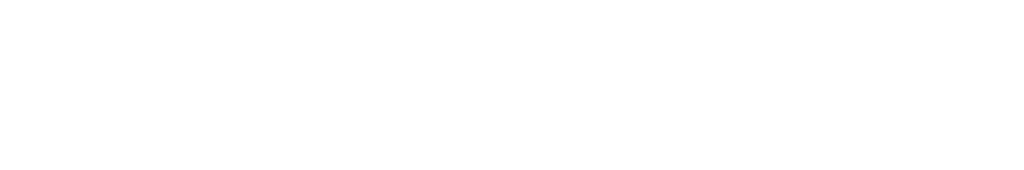
<source format=gbs>
*%FSLAX23Y23*%
*%MOIN*%
G01*
D20*
X8627Y8466D02*
D03*
X6877Y8467D02*
D03*
X7755Y8464D02*
D03*
D22*
X13885Y7499D02*
D03*
X13140Y8027D02*
D03*
X12216Y7591D02*
D03*
X11866Y7567D02*
D03*
X10934Y7656D02*
D03*
X10040Y7332D02*
D03*
X10014Y7613D02*
D03*
X9499Y7332D02*
D03*
X9220Y8266D02*
D03*
X9298Y8577D02*
D03*
X9317Y7798D02*
D03*
X9094Y7679D02*
D03*
X9171Y8306D02*
D03*
X8828Y7576D02*
D03*
X8977Y8365D02*
D03*
X8727D02*
D03*
Y8165D02*
D03*
X8677Y8020D02*
D03*
X8551Y8090D02*
D03*
X8450Y7689D02*
D03*
X8449Y7884D02*
D03*
X8184Y8410D02*
D03*
X8135Y7907D02*
D03*
X8133Y7600D02*
D03*
X8094Y7575D02*
D03*
X7855Y8165D02*
D03*
X7916Y7578D02*
D03*
X8004Y7961D02*
D03*
X7697Y8089D02*
D03*
X7738Y7525D02*
D03*
X7805Y8020D02*
D03*
X7690Y8389D02*
D03*
X7569Y7570D02*
D03*
X7610Y8525D02*
D03*
X7369Y8520D02*
D03*
X7309Y8215D02*
D03*
X7280Y8130D02*
D03*
X7177Y8387D02*
D03*
X7128Y8306D02*
D03*
X7075Y8266D02*
D03*
X6927Y8541D02*
D03*
X6951Y7450D02*
D03*
X6977Y8165D02*
D03*
X6927Y8020D02*
D03*
X6890Y8212D02*
D03*
X6816Y8089D02*
D03*
X6716Y8564D02*
D03*
Y8401D02*
D03*
Y8090D02*
D03*
X6447Y8031D02*
D03*
X6314Y7695D02*
D03*
D29*
X6287Y7465D02*
D03*
X6037Y7565D02*
D03*
X6087Y7465D02*
D03*
X6137Y7565D02*
D03*
X6187Y7465D02*
D03*
X6237Y7565D02*
D03*
X12004Y7542D02*
D03*
X12104D02*
D03*
D30*
X12325Y7954D02*
D03*
Y8568D02*
D03*
X6022Y7954D02*
D03*
Y8568D02*
D03*
D32*
X11741Y7659D02*
D03*
Y7359D02*
D03*
X11341Y7659D02*
D03*
Y7359D02*
D03*
X6862Y7657D02*
D03*
Y7357D02*
D03*
X6462Y7657D02*
D03*
Y7357D02*
D03*
X9300Y7659D02*
D03*
Y7359D02*
D03*
X8900Y7659D02*
D03*
Y7359D02*
D03*
X8080Y7659D02*
D03*
Y7359D02*
D03*
X7680Y7659D02*
D03*
Y7359D02*
D03*
X10521Y7659D02*
D03*
Y7359D02*
D03*
X10121Y7659D02*
D03*
Y7359D02*
D03*
X13485Y8202D02*
D03*
X13785D02*
D03*
X13485Y7802D02*
D03*
X13785D02*
D03*
X13342Y8644D02*
D03*
Y8344D02*
D03*
X12942Y8644D02*
D03*
Y8344D02*
D03*
Y7359D02*
D03*
Y7659D02*
D03*
X13342Y7359D02*
D03*
Y7659D02*
D03*
Y8152D02*
D03*
Y7852D02*
D03*
X12942Y8152D02*
D03*
Y7852D02*
D03*
X12800Y7802D02*
D03*
X12500D02*
D03*
X12800Y8202D02*
D03*
X12500D02*
D03*
D35*
X6343Y7537D02*
D03*
D40*
X12435Y7510D02*
D03*
X9754Y7508D02*
D03*
X7272Y7509D02*
D03*
X12435Y8518D02*
D03*
D46*
X8627Y8091D02*
D03*
X8677D02*
D03*
X8727D02*
D03*
X8777D02*
D03*
X8827D02*
D03*
X8877D02*
D03*
X8927D02*
D03*
X8977D02*
D03*
Y8466D02*
D03*
X8927D02*
D03*
X8877D02*
D03*
X8827D02*
D03*
X8777D02*
D03*
X8727D02*
D03*
X8677D02*
D03*
X6877Y8092D02*
D03*
X6927D02*
D03*
X6977D02*
D03*
X7027D02*
D03*
X7077D02*
D03*
X7127D02*
D03*
X7177D02*
D03*
X7227D02*
D03*
Y8467D02*
D03*
X7177D02*
D03*
X7127D02*
D03*
X7077D02*
D03*
X7027D02*
D03*
X6977D02*
D03*
X6927D02*
D03*
X7755Y8089D02*
D03*
X7805D02*
D03*
X7855D02*
D03*
X7905D02*
D03*
X7955D02*
D03*
X8005D02*
D03*
X8055D02*
D03*
X8105D02*
D03*
Y8464D02*
D03*
X8055D02*
D03*
X8005D02*
D03*
X7955D02*
D03*
X7905D02*
D03*
X7855D02*
D03*
X7805D02*
D03*
D50*
X8094Y7908D02*
D03*
X8019D02*
D03*
D51*
X8056Y7988D02*
D03*
D56*
X9103Y7879D02*
D03*
X9003D02*
D03*
X8005Y7829D02*
D03*
X8105D02*
D03*
X6377Y8029D02*
D03*
X6277D02*
D03*
X6174D02*
D03*
X6074D02*
D03*
D59*
X6137Y7888D02*
D03*
Y7749D02*
D03*
D62*
X8299Y8140D02*
D03*
Y8040D02*
D03*
X8499Y8240D02*
D03*
Y8340D02*
D03*
X8399D02*
D03*
Y8240D02*
D03*
X8299D02*
D03*
Y8340D02*
D03*
X6317Y7780D02*
D03*
Y7880D02*
D03*
X7909Y7830D02*
D03*
Y7930D02*
D03*
X7809D02*
D03*
Y7830D02*
D03*
X7649D02*
D03*
Y7930D02*
D03*
X7449D02*
D03*
Y7830D02*
D03*
D64*
X9330Y8423D02*
D03*
Y8383D02*
D03*
Y8344D02*
D03*
Y8305D02*
D03*
Y8265D02*
D03*
Y8226D02*
D03*
Y8186D02*
D03*
Y8147D02*
D03*
Y8108D02*
D03*
Y8068D02*
D03*
Y8029D02*
D03*
Y7990D02*
D03*
Y7950D02*
D03*
Y7911D02*
D03*
Y7871D02*
D03*
Y8462D02*
D03*
D66*
X9424Y8578D02*
D03*
Y7756D02*
D03*
M02*

</source>
